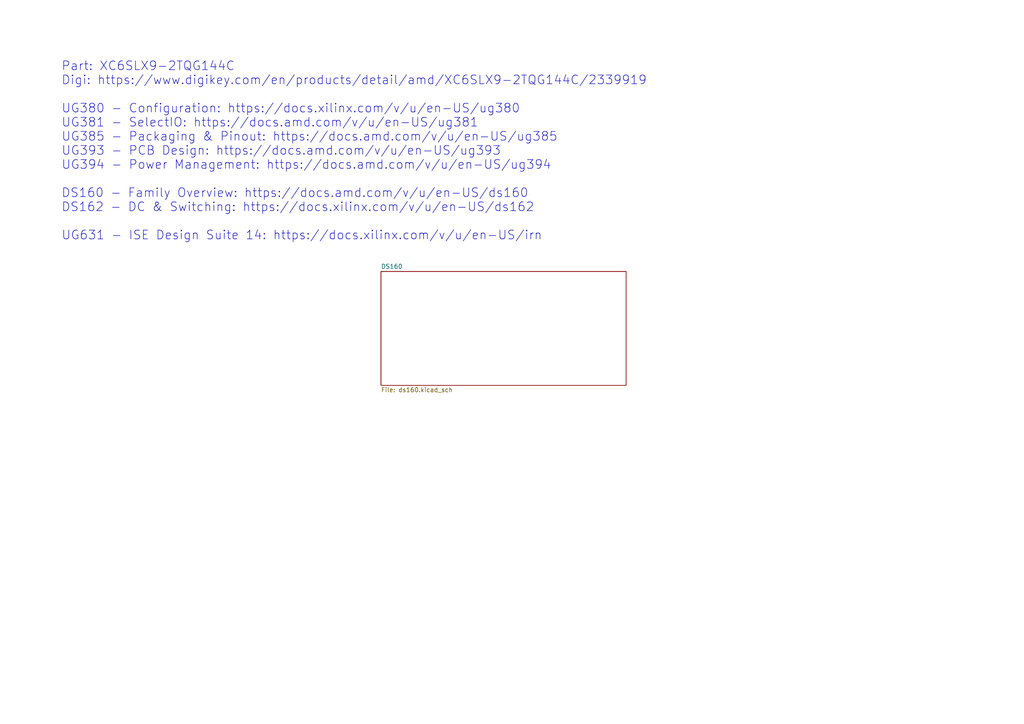
<source format=kicad_sch>
(kicad_sch (version 20230121) (generator eeschema)
  (paper "A4")
  (lib_symbols)
  (text "Part: XC6SLX9-2TQG144C\nDigi: https://www.digikey.com/en/products/detail/amd/XC6SLX9-2TQG144C/2339919\n\nUG380 - Configuration: https://docs.xilinx.com/v/u/en-US/ug380\nUG381 - SelectIO: https://docs.amd.com/v/u/en-US/ug381\nUG385 - Packaging & Pinout: https://docs.amd.com/v/u/en-US/ug385\nUG393 - PCB Design: https://docs.amd.com/v/u/en-US/ug393\nUG394 - Power Management: https://docs.amd.com/v/u/en-US/ug394\n\nDS160 - Family Overview: https://docs.amd.com/v/u/en-US/ds160\nDS162 - DC & Switching: https://docs.xilinx.com/v/u/en-US/ds162\n\nUG631 - ISE Design Suite 14: https://docs.xilinx.com/v/u/en-US/irn\n" (at 17.78 69.85 0) (effects (font (size 2.54 2.54)) (justify left bottom)))
  (sheet (at 110.49 78.74) (size 71.12 33.02) (stroke (width 0.1524))
    (property "Sheetname" "DS160" (at 110.49 78.0284 0) (effects (justify left bottom)))
    (property "Sheetfile" "ds160.kicad_sch" (at 110.49 112.3446 0) (effects (justify left top)))
  )
)
</source>
